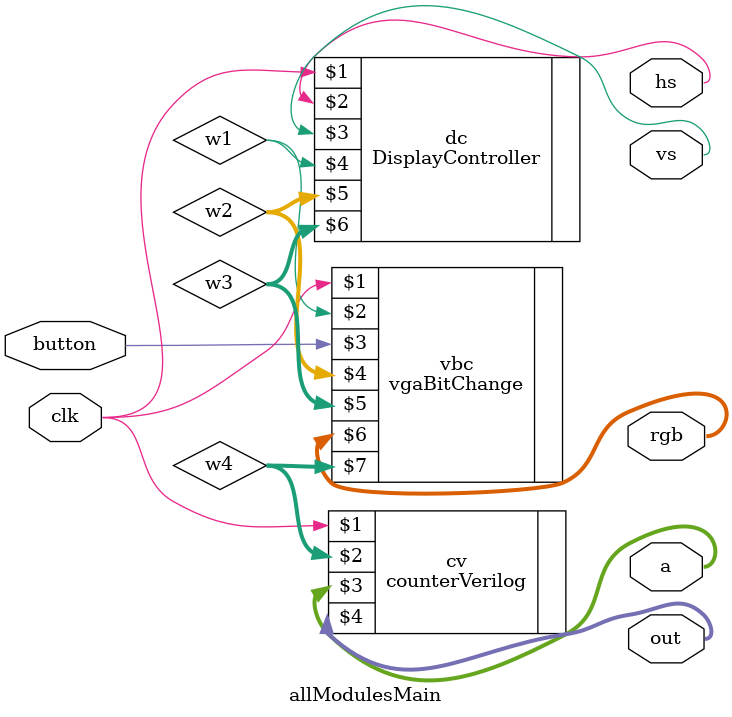
<source format=v>
`timescale 1ns / 1ps
module allModulesMain(
	input clk,
	input button,
	output hs, vs,
	output[7:0] rgb,
	output[3:0] a,
	output[6:0] out	
	);
	
	wire w1;
	wire[9:0] w2, w3;
	wire[15:0] w4;
	//w1 = bright, w2= hCount, w3 = vCount, w4 = score;

	DisplayController dc(clk, hs, vs, w1, w2, w3);
	vgaBitChange vbc(clk, w1, button, w2, w3, rgb, w4);
	counterVerilog cv(clk, w4, a, out);

endmodule

</source>
